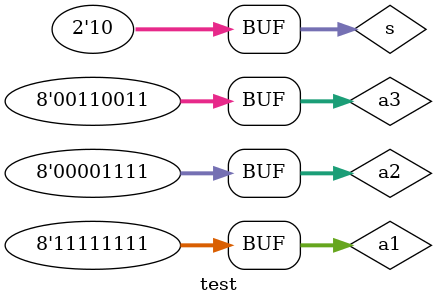
<source format=sv>
`timescale 1 ns / 1 ns

module test;
    reg  [7:0] a1;
    reg  [7:0] a2;
    reg  [7:0] a3;
    reg [1:0] s;
    wire [7:0] y;

    mux4 UUT (.a1(a1), .a2(a2), .a3(a3), .s(s), .y(y));
    initial
      begin
        $dumpfile("waveforms.vcd");
        $dumpvars(0,test);
      end
    initial
        begin
            a1 = 8'b11111111;
            a2 = 8'b00001111;
            a3 = 8'b00110011;
            s = 2'b00;
            #100;
            s = 2'b01;
            #100;
            s = 2'b10;


        end

    initial
        begin
            $display("a1 a2 a3 s y");
            $monitor("%b %b %b %b %b", a1, a2, a3, s, y);
        end
endmodule
</source>
